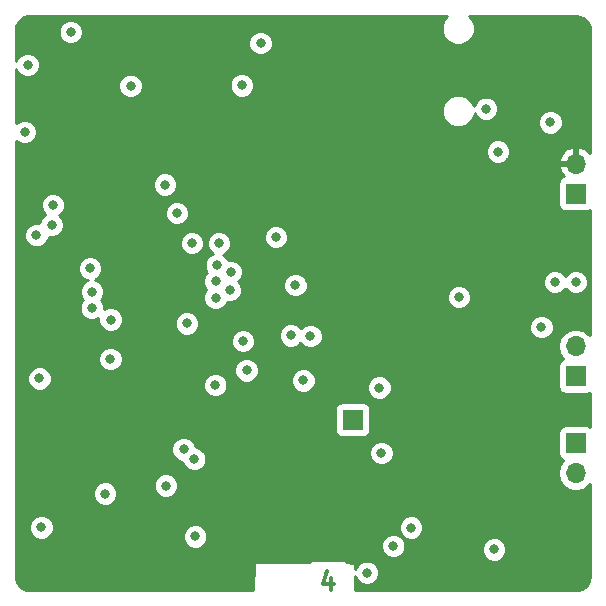
<source format=gbr>
G04 #@! TF.GenerationSoftware,KiCad,Pcbnew,(5.0.0)*
G04 #@! TF.CreationDate,2019-01-07T23:24:32-05:00*
G04 #@! TF.ProjectId,Audio_Breakout,417564696F5F427265616B6F75742E6B,rev?*
G04 #@! TF.SameCoordinates,Original*
G04 #@! TF.FileFunction,Copper,L4,Bot,Signal*
G04 #@! TF.FilePolarity,Positive*
%FSLAX46Y46*%
G04 Gerber Fmt 4.6, Leading zero omitted, Abs format (unit mm)*
G04 Created by KiCad (PCBNEW (5.0.0)) date 01/07/19 23:24:32*
%MOMM*%
%LPD*%
G01*
G04 APERTURE LIST*
G04 #@! TA.AperFunction,NonConductor*
%ADD10C,0.300000*%
G04 #@! TD*
G04 #@! TA.AperFunction,ComponentPad*
%ADD11O,1.700000X1.700000*%
G04 #@! TD*
G04 #@! TA.AperFunction,ComponentPad*
%ADD12R,1.700000X1.700000*%
G04 #@! TD*
G04 #@! TA.AperFunction,ViaPad*
%ADD13C,0.800000*%
G04 #@! TD*
G04 #@! TA.AperFunction,Conductor*
%ADD14C,0.254000*%
G04 #@! TD*
G04 APERTURE END LIST*
D10*
X127361914Y-148222851D02*
X127361914Y-149222851D01*
X127004771Y-147651422D02*
X126647628Y-148722851D01*
X127576200Y-148722851D01*
D11*
G04 #@! TO.P,J6,2*
G04 #@! TO.N,AGND*
X148082000Y-113157000D03*
D12*
G04 #@! TO.P,J6,1*
G04 #@! TO.N,Net-(J6-Pad1)*
X148082000Y-115697000D03*
G04 #@! TD*
D11*
G04 #@! TO.P,J7,2*
G04 #@! TO.N,AUD_OUT-*
X148069300Y-128612900D03*
D12*
G04 #@! TO.P,J7,1*
G04 #@! TO.N,AUD_OUT+*
X148069300Y-131152900D03*
G04 #@! TD*
D11*
G04 #@! TO.P,J8,2*
G04 #@! TO.N,AUD_OUT-*
X148061680Y-139354560D03*
D12*
G04 #@! TO.P,J8,1*
G04 #@! TO.N,AUD_OUT+*
X148061680Y-136814560D03*
G04 #@! TD*
G04 #@! TO.P,J9,1*
G04 #@! TO.N,Net-(C7-Pad2)*
X129171700Y-134835900D03*
G04 #@! TD*
D13*
G04 #@! TO.N,AGND*
X103891080Y-145496280D03*
X103926640Y-132184140D03*
X108775500Y-110949740D03*
X124879100Y-145224500D03*
X135694420Y-144924780D03*
X145280380Y-147929600D03*
X140055600Y-141599920D03*
X143395700Y-148376640D03*
X139072620Y-134708900D03*
X133350000Y-131191000D03*
X137795000Y-129540000D03*
G04 #@! TO.N,3V3DC*
X101663500Y-104802940D03*
X119791480Y-106537760D03*
X117678200Y-121757440D03*
X117571520Y-123131580D03*
X118851680Y-122323860D03*
X117571520Y-124523500D03*
X118795800Y-123868180D03*
X119893080Y-128183640D03*
X131445000Y-132118100D03*
X134127240Y-143972280D03*
G04 #@! TO.N,DGND*
X102824280Y-143951960D03*
X102661720Y-131348480D03*
X102407720Y-119214900D03*
X101414580Y-110484920D03*
G04 #@! TO.N,5VDC*
X131610100Y-137657840D03*
X117546120Y-131909820D03*
X110375700Y-106573320D03*
X121381520Y-102956360D03*
G04 #@! TO.N,Net-(J1-Pad5)*
X108221780Y-141097000D03*
X108686600Y-126362460D03*
X108668820Y-129697480D03*
X115140740Y-126695200D03*
G04 #@! TO.N,MIC_1*
X107091480Y-125366780D03*
G04 #@! TO.N,MIC_0*
X107121960Y-124007880D03*
G04 #@! TO.N,GPIO1_2*
X106946700Y-122011440D03*
G04 #@! TO.N,GPIO1_9*
X103698040Y-118358920D03*
X130393440Y-147797520D03*
G04 #@! TO.N,GPIO1_4*
X105313480Y-102011480D03*
X103802180Y-116652040D03*
G04 #@! TO.N,AGND*
X138430000Y-126746000D03*
X132461000Y-123444000D03*
X131953000Y-115189000D03*
X121412000Y-105537000D03*
X147828000Y-117919500D03*
X148209000Y-109791500D03*
G04 #@! TO.N,3V3DC*
X124333000Y-123444000D03*
X122682000Y-119380000D03*
X145923000Y-109664500D03*
G04 #@! TO.N,MIC_1*
X114300000Y-117348000D03*
G04 #@! TO.N,MIC_0*
X113284000Y-114935000D03*
G04 #@! TO.N,AGND*
X133794500Y-109791500D03*
G04 #@! TO.N,HP_0*
X115760500Y-138176000D03*
X125603000Y-127762000D03*
X141478000Y-112141000D03*
G04 #@! TO.N,HP_1*
X114871500Y-137350500D03*
X123952000Y-127698500D03*
X140462000Y-108521500D03*
G04 #@! TO.N,GPIO1_2*
X115570000Y-119888000D03*
X117856000Y-119888000D03*
X138176000Y-124460000D03*
G04 #@! TO.N,AUD_OUT+*
X146304000Y-123190000D03*
G04 #@! TO.N,AUD_OUT-*
X148082000Y-123190000D03*
X145161000Y-127000000D03*
G04 #@! TO.N,ON_MONO2*
X132618480Y-145524220D03*
X120192800Y-130667760D03*
G04 #@! TO.N,Net-(R5-Pad1)*
X113360200Y-140416280D03*
X115854480Y-144729200D03*
G04 #@! TO.N,Mono2*
X125008640Y-131521200D03*
X141155420Y-145818860D03*
G04 #@! TD*
D14*
G04 #@! TO.N,AGND*
G36*
X101781612Y-100684000D02*
X137184313Y-100684000D01*
X136938353Y-100929960D01*
X136727500Y-101439006D01*
X136727500Y-101989994D01*
X136938353Y-102499040D01*
X137327960Y-102888647D01*
X137837006Y-103099500D01*
X138387994Y-103099500D01*
X138897040Y-102888647D01*
X139286647Y-102499040D01*
X139497500Y-101989994D01*
X139497500Y-101439006D01*
X139286647Y-100929960D01*
X139040687Y-100684000D01*
X148154388Y-100684000D01*
X148175987Y-100679704D01*
X148415364Y-100713985D01*
X148721928Y-100853372D01*
X148977050Y-101073199D01*
X149160218Y-101355792D01*
X149263743Y-101701959D01*
X149264859Y-101716969D01*
X149252000Y-101781613D01*
X149252000Y-112278542D01*
X148963358Y-111961817D01*
X148438892Y-111715514D01*
X148209000Y-111836181D01*
X148209000Y-113030000D01*
X148229000Y-113030000D01*
X148229000Y-113284000D01*
X148209000Y-113284000D01*
X148209000Y-113304000D01*
X147955000Y-113304000D01*
X147955000Y-113284000D01*
X146761845Y-113284000D01*
X146640524Y-113513890D01*
X146810355Y-113923924D01*
X147087708Y-114228261D01*
X146984235Y-114248843D01*
X146774191Y-114389191D01*
X146633843Y-114599235D01*
X146584560Y-114847000D01*
X146584560Y-116547000D01*
X146633843Y-116794765D01*
X146774191Y-117004809D01*
X146984235Y-117145157D01*
X147232000Y-117194440D01*
X148932000Y-117194440D01*
X149179765Y-117145157D01*
X149252000Y-117096891D01*
X149252001Y-127710008D01*
X149139925Y-127542275D01*
X148648718Y-127214061D01*
X148215556Y-127127900D01*
X147923044Y-127127900D01*
X147489882Y-127214061D01*
X146998675Y-127542275D01*
X146670461Y-128033482D01*
X146555208Y-128612900D01*
X146670461Y-129192318D01*
X146998675Y-129683525D01*
X147016919Y-129695716D01*
X146971535Y-129704743D01*
X146761491Y-129845091D01*
X146621143Y-130055135D01*
X146571860Y-130302900D01*
X146571860Y-132002900D01*
X146621143Y-132250665D01*
X146761491Y-132460709D01*
X146971535Y-132601057D01*
X147219300Y-132650340D01*
X148919300Y-132650340D01*
X149167065Y-132601057D01*
X149252001Y-132544304D01*
X149252001Y-135428247D01*
X149159445Y-135366403D01*
X148911680Y-135317120D01*
X147211680Y-135317120D01*
X146963915Y-135366403D01*
X146753871Y-135506751D01*
X146613523Y-135716795D01*
X146564240Y-135964560D01*
X146564240Y-137664560D01*
X146613523Y-137912325D01*
X146753871Y-138122369D01*
X146963915Y-138262717D01*
X147009299Y-138271744D01*
X146991055Y-138283935D01*
X146662841Y-138775142D01*
X146547588Y-139354560D01*
X146662841Y-139933978D01*
X146991055Y-140425185D01*
X147482262Y-140753399D01*
X147915424Y-140839560D01*
X148207936Y-140839560D01*
X148641098Y-140753399D01*
X149132305Y-140425185D01*
X149252001Y-140246048D01*
X149252001Y-148154388D01*
X149256297Y-148175984D01*
X149222015Y-148415364D01*
X149082628Y-148721928D01*
X148862804Y-148977047D01*
X148580207Y-149160218D01*
X148234043Y-149263743D01*
X148219032Y-149264858D01*
X148154388Y-149252000D01*
X129368438Y-149252000D01*
X129386949Y-148072220D01*
X129516009Y-148383800D01*
X129807160Y-148674951D01*
X130187566Y-148832520D01*
X130599314Y-148832520D01*
X130979720Y-148674951D01*
X131270871Y-148383800D01*
X131428440Y-148003394D01*
X131428440Y-147591646D01*
X131270871Y-147211240D01*
X130979720Y-146920089D01*
X130599314Y-146762520D01*
X130187566Y-146762520D01*
X129807160Y-146920089D01*
X129516009Y-147211240D01*
X129395908Y-147501191D01*
X129402824Y-147060372D01*
X129393452Y-147010460D01*
X129366161Y-146969099D01*
X129325120Y-146941331D01*
X129276576Y-146931382D01*
X128575486Y-146927321D01*
X128575486Y-146754280D01*
X125576915Y-146754280D01*
X125576915Y-146909951D01*
X120945376Y-146883122D01*
X120899784Y-146891305D01*
X120857730Y-146917516D01*
X120828907Y-146957824D01*
X120817704Y-147006094D01*
X120746465Y-149252000D01*
X101781612Y-149252000D01*
X101760013Y-149256296D01*
X101520636Y-149222015D01*
X101214072Y-149082628D01*
X100958953Y-148862804D01*
X100775782Y-148580207D01*
X100672257Y-148234043D01*
X100671142Y-148219032D01*
X100684000Y-148154388D01*
X100684000Y-143746086D01*
X101789280Y-143746086D01*
X101789280Y-144157834D01*
X101946849Y-144538240D01*
X102238000Y-144829391D01*
X102618406Y-144986960D01*
X103030154Y-144986960D01*
X103410560Y-144829391D01*
X103701711Y-144538240D01*
X103707888Y-144523326D01*
X114819480Y-144523326D01*
X114819480Y-144935074D01*
X114977049Y-145315480D01*
X115268200Y-145606631D01*
X115648606Y-145764200D01*
X116060354Y-145764200D01*
X116440760Y-145606631D01*
X116729045Y-145318346D01*
X131583480Y-145318346D01*
X131583480Y-145730094D01*
X131741049Y-146110500D01*
X132032200Y-146401651D01*
X132412606Y-146559220D01*
X132824354Y-146559220D01*
X133204760Y-146401651D01*
X133495911Y-146110500D01*
X133653480Y-145730094D01*
X133653480Y-145612986D01*
X140120420Y-145612986D01*
X140120420Y-146024734D01*
X140277989Y-146405140D01*
X140569140Y-146696291D01*
X140949546Y-146853860D01*
X141361294Y-146853860D01*
X141741700Y-146696291D01*
X142032851Y-146405140D01*
X142190420Y-146024734D01*
X142190420Y-145612986D01*
X142032851Y-145232580D01*
X141741700Y-144941429D01*
X141361294Y-144783860D01*
X140949546Y-144783860D01*
X140569140Y-144941429D01*
X140277989Y-145232580D01*
X140120420Y-145612986D01*
X133653480Y-145612986D01*
X133653480Y-145318346D01*
X133495911Y-144937940D01*
X133204760Y-144646789D01*
X132824354Y-144489220D01*
X132412606Y-144489220D01*
X132032200Y-144646789D01*
X131741049Y-144937940D01*
X131583480Y-145318346D01*
X116729045Y-145318346D01*
X116731911Y-145315480D01*
X116889480Y-144935074D01*
X116889480Y-144523326D01*
X116731911Y-144142920D01*
X116440760Y-143851769D01*
X116234676Y-143766406D01*
X133092240Y-143766406D01*
X133092240Y-144178154D01*
X133249809Y-144558560D01*
X133540960Y-144849711D01*
X133921366Y-145007280D01*
X134333114Y-145007280D01*
X134713520Y-144849711D01*
X135004671Y-144558560D01*
X135162240Y-144178154D01*
X135162240Y-143766406D01*
X135004671Y-143386000D01*
X134713520Y-143094849D01*
X134333114Y-142937280D01*
X133921366Y-142937280D01*
X133540960Y-143094849D01*
X133249809Y-143386000D01*
X133092240Y-143766406D01*
X116234676Y-143766406D01*
X116060354Y-143694200D01*
X115648606Y-143694200D01*
X115268200Y-143851769D01*
X114977049Y-144142920D01*
X114819480Y-144523326D01*
X103707888Y-144523326D01*
X103859280Y-144157834D01*
X103859280Y-143746086D01*
X103701711Y-143365680D01*
X103410560Y-143074529D01*
X103030154Y-142916960D01*
X102618406Y-142916960D01*
X102238000Y-143074529D01*
X101946849Y-143365680D01*
X101789280Y-143746086D01*
X100684000Y-143746086D01*
X100684000Y-140891126D01*
X107186780Y-140891126D01*
X107186780Y-141302874D01*
X107344349Y-141683280D01*
X107635500Y-141974431D01*
X108015906Y-142132000D01*
X108427654Y-142132000D01*
X108808060Y-141974431D01*
X109099211Y-141683280D01*
X109256780Y-141302874D01*
X109256780Y-140891126D01*
X109099211Y-140510720D01*
X108808060Y-140219569D01*
X108785939Y-140210406D01*
X112325200Y-140210406D01*
X112325200Y-140622154D01*
X112482769Y-141002560D01*
X112773920Y-141293711D01*
X113154326Y-141451280D01*
X113566074Y-141451280D01*
X113946480Y-141293711D01*
X114237631Y-141002560D01*
X114395200Y-140622154D01*
X114395200Y-140210406D01*
X114237631Y-139830000D01*
X113946480Y-139538849D01*
X113566074Y-139381280D01*
X113154326Y-139381280D01*
X112773920Y-139538849D01*
X112482769Y-139830000D01*
X112325200Y-140210406D01*
X108785939Y-140210406D01*
X108427654Y-140062000D01*
X108015906Y-140062000D01*
X107635500Y-140219569D01*
X107344349Y-140510720D01*
X107186780Y-140891126D01*
X100684000Y-140891126D01*
X100684000Y-137144626D01*
X113836500Y-137144626D01*
X113836500Y-137556374D01*
X113994069Y-137936780D01*
X114285220Y-138227931D01*
X114665626Y-138385500D01*
X114727002Y-138385500D01*
X114883069Y-138762280D01*
X115174220Y-139053431D01*
X115554626Y-139211000D01*
X115966374Y-139211000D01*
X116346780Y-139053431D01*
X116637931Y-138762280D01*
X116795500Y-138381874D01*
X116795500Y-137970126D01*
X116637931Y-137589720D01*
X116500177Y-137451966D01*
X130575100Y-137451966D01*
X130575100Y-137863714D01*
X130732669Y-138244120D01*
X131023820Y-138535271D01*
X131404226Y-138692840D01*
X131815974Y-138692840D01*
X132196380Y-138535271D01*
X132487531Y-138244120D01*
X132645100Y-137863714D01*
X132645100Y-137451966D01*
X132487531Y-137071560D01*
X132196380Y-136780409D01*
X131815974Y-136622840D01*
X131404226Y-136622840D01*
X131023820Y-136780409D01*
X130732669Y-137071560D01*
X130575100Y-137451966D01*
X116500177Y-137451966D01*
X116346780Y-137298569D01*
X115966374Y-137141000D01*
X115904998Y-137141000D01*
X115748931Y-136764220D01*
X115457780Y-136473069D01*
X115077374Y-136315500D01*
X114665626Y-136315500D01*
X114285220Y-136473069D01*
X113994069Y-136764220D01*
X113836500Y-137144626D01*
X100684000Y-137144626D01*
X100684000Y-133985900D01*
X127674260Y-133985900D01*
X127674260Y-135685900D01*
X127723543Y-135933665D01*
X127863891Y-136143709D01*
X128073935Y-136284057D01*
X128321700Y-136333340D01*
X130021700Y-136333340D01*
X130269465Y-136284057D01*
X130479509Y-136143709D01*
X130619857Y-135933665D01*
X130669140Y-135685900D01*
X130669140Y-133985900D01*
X130619857Y-133738135D01*
X130479509Y-133528091D01*
X130269465Y-133387743D01*
X130021700Y-133338460D01*
X128321700Y-133338460D01*
X128073935Y-133387743D01*
X127863891Y-133528091D01*
X127723543Y-133738135D01*
X127674260Y-133985900D01*
X100684000Y-133985900D01*
X100684000Y-131142606D01*
X101626720Y-131142606D01*
X101626720Y-131554354D01*
X101784289Y-131934760D01*
X102075440Y-132225911D01*
X102455846Y-132383480D01*
X102867594Y-132383480D01*
X103248000Y-132225911D01*
X103539151Y-131934760D01*
X103634757Y-131703946D01*
X116511120Y-131703946D01*
X116511120Y-132115694D01*
X116668689Y-132496100D01*
X116959840Y-132787251D01*
X117340246Y-132944820D01*
X117751994Y-132944820D01*
X118132400Y-132787251D01*
X118423551Y-132496100D01*
X118581120Y-132115694D01*
X118581120Y-131703946D01*
X118423551Y-131323540D01*
X118132400Y-131032389D01*
X117751994Y-130874820D01*
X117340246Y-130874820D01*
X116959840Y-131032389D01*
X116668689Y-131323540D01*
X116511120Y-131703946D01*
X103634757Y-131703946D01*
X103696720Y-131554354D01*
X103696720Y-131142606D01*
X103539151Y-130762200D01*
X103248000Y-130471049D01*
X102867594Y-130313480D01*
X102455846Y-130313480D01*
X102075440Y-130471049D01*
X101784289Y-130762200D01*
X101626720Y-131142606D01*
X100684000Y-131142606D01*
X100684000Y-129491606D01*
X107633820Y-129491606D01*
X107633820Y-129903354D01*
X107791389Y-130283760D01*
X108082540Y-130574911D01*
X108462946Y-130732480D01*
X108874694Y-130732480D01*
X109255100Y-130574911D01*
X109368125Y-130461886D01*
X119157800Y-130461886D01*
X119157800Y-130873634D01*
X119315369Y-131254040D01*
X119606520Y-131545191D01*
X119986926Y-131702760D01*
X120398674Y-131702760D01*
X120779080Y-131545191D01*
X121008945Y-131315326D01*
X123973640Y-131315326D01*
X123973640Y-131727074D01*
X124131209Y-132107480D01*
X124422360Y-132398631D01*
X124802766Y-132556200D01*
X125214514Y-132556200D01*
X125594920Y-132398631D01*
X125886071Y-132107480D01*
X125966947Y-131912226D01*
X130410000Y-131912226D01*
X130410000Y-132323974D01*
X130567569Y-132704380D01*
X130858720Y-132995531D01*
X131239126Y-133153100D01*
X131650874Y-133153100D01*
X132031280Y-132995531D01*
X132322431Y-132704380D01*
X132480000Y-132323974D01*
X132480000Y-131912226D01*
X132322431Y-131531820D01*
X132031280Y-131240669D01*
X131650874Y-131083100D01*
X131239126Y-131083100D01*
X130858720Y-131240669D01*
X130567569Y-131531820D01*
X130410000Y-131912226D01*
X125966947Y-131912226D01*
X126043640Y-131727074D01*
X126043640Y-131315326D01*
X125886071Y-130934920D01*
X125594920Y-130643769D01*
X125214514Y-130486200D01*
X124802766Y-130486200D01*
X124422360Y-130643769D01*
X124131209Y-130934920D01*
X123973640Y-131315326D01*
X121008945Y-131315326D01*
X121070231Y-131254040D01*
X121227800Y-130873634D01*
X121227800Y-130461886D01*
X121070231Y-130081480D01*
X120779080Y-129790329D01*
X120398674Y-129632760D01*
X119986926Y-129632760D01*
X119606520Y-129790329D01*
X119315369Y-130081480D01*
X119157800Y-130461886D01*
X109368125Y-130461886D01*
X109546251Y-130283760D01*
X109703820Y-129903354D01*
X109703820Y-129491606D01*
X109546251Y-129111200D01*
X109255100Y-128820049D01*
X108874694Y-128662480D01*
X108462946Y-128662480D01*
X108082540Y-128820049D01*
X107791389Y-129111200D01*
X107633820Y-129491606D01*
X100684000Y-129491606D01*
X100684000Y-127977766D01*
X118858080Y-127977766D01*
X118858080Y-128389514D01*
X119015649Y-128769920D01*
X119306800Y-129061071D01*
X119687206Y-129218640D01*
X120098954Y-129218640D01*
X120479360Y-129061071D01*
X120770511Y-128769920D01*
X120928080Y-128389514D01*
X120928080Y-127977766D01*
X120770511Y-127597360D01*
X120665777Y-127492626D01*
X122917000Y-127492626D01*
X122917000Y-127904374D01*
X123074569Y-128284780D01*
X123365720Y-128575931D01*
X123746126Y-128733500D01*
X124157874Y-128733500D01*
X124538280Y-128575931D01*
X124745750Y-128368461D01*
X125016720Y-128639431D01*
X125397126Y-128797000D01*
X125808874Y-128797000D01*
X126189280Y-128639431D01*
X126480431Y-128348280D01*
X126638000Y-127967874D01*
X126638000Y-127556126D01*
X126480431Y-127175720D01*
X126189280Y-126884569D01*
X125970931Y-126794126D01*
X144126000Y-126794126D01*
X144126000Y-127205874D01*
X144283569Y-127586280D01*
X144574720Y-127877431D01*
X144955126Y-128035000D01*
X145366874Y-128035000D01*
X145747280Y-127877431D01*
X146038431Y-127586280D01*
X146196000Y-127205874D01*
X146196000Y-126794126D01*
X146038431Y-126413720D01*
X145747280Y-126122569D01*
X145366874Y-125965000D01*
X144955126Y-125965000D01*
X144574720Y-126122569D01*
X144283569Y-126413720D01*
X144126000Y-126794126D01*
X125970931Y-126794126D01*
X125808874Y-126727000D01*
X125397126Y-126727000D01*
X125016720Y-126884569D01*
X124809250Y-127092039D01*
X124538280Y-126821069D01*
X124157874Y-126663500D01*
X123746126Y-126663500D01*
X123365720Y-126821069D01*
X123074569Y-127112220D01*
X122917000Y-127492626D01*
X120665777Y-127492626D01*
X120479360Y-127306209D01*
X120098954Y-127148640D01*
X119687206Y-127148640D01*
X119306800Y-127306209D01*
X119015649Y-127597360D01*
X118858080Y-127977766D01*
X100684000Y-127977766D01*
X100684000Y-121805566D01*
X105911700Y-121805566D01*
X105911700Y-122217314D01*
X106069269Y-122597720D01*
X106360420Y-122888871D01*
X106739661Y-123045957D01*
X106535680Y-123130449D01*
X106244529Y-123421600D01*
X106086960Y-123802006D01*
X106086960Y-124213754D01*
X106244529Y-124594160D01*
X106322459Y-124672090D01*
X106214049Y-124780500D01*
X106056480Y-125160906D01*
X106056480Y-125572654D01*
X106214049Y-125953060D01*
X106505200Y-126244211D01*
X106885606Y-126401780D01*
X107297354Y-126401780D01*
X107651600Y-126255047D01*
X107651600Y-126568334D01*
X107809169Y-126948740D01*
X108100320Y-127239891D01*
X108480726Y-127397460D01*
X108892474Y-127397460D01*
X109272880Y-127239891D01*
X109564031Y-126948740D01*
X109721600Y-126568334D01*
X109721600Y-126489326D01*
X114105740Y-126489326D01*
X114105740Y-126901074D01*
X114263309Y-127281480D01*
X114554460Y-127572631D01*
X114934866Y-127730200D01*
X115346614Y-127730200D01*
X115727020Y-127572631D01*
X116018171Y-127281480D01*
X116175740Y-126901074D01*
X116175740Y-126489326D01*
X116018171Y-126108920D01*
X115727020Y-125817769D01*
X115346614Y-125660200D01*
X114934866Y-125660200D01*
X114554460Y-125817769D01*
X114263309Y-126108920D01*
X114105740Y-126489326D01*
X109721600Y-126489326D01*
X109721600Y-126156586D01*
X109564031Y-125776180D01*
X109272880Y-125485029D01*
X108892474Y-125327460D01*
X108480726Y-125327460D01*
X108126480Y-125474193D01*
X108126480Y-125160906D01*
X107968911Y-124780500D01*
X107890981Y-124702570D01*
X107999391Y-124594160D01*
X108156960Y-124213754D01*
X108156960Y-123802006D01*
X107999391Y-123421600D01*
X107708240Y-123130449D01*
X107328999Y-122973363D01*
X107444052Y-122925706D01*
X116536520Y-122925706D01*
X116536520Y-123337454D01*
X116694089Y-123717860D01*
X116803769Y-123827540D01*
X116694089Y-123937220D01*
X116536520Y-124317626D01*
X116536520Y-124729374D01*
X116694089Y-125109780D01*
X116985240Y-125400931D01*
X117365646Y-125558500D01*
X117777394Y-125558500D01*
X118157800Y-125400931D01*
X118448951Y-125109780D01*
X118542640Y-124883594D01*
X118589926Y-124903180D01*
X119001674Y-124903180D01*
X119382080Y-124745611D01*
X119673231Y-124454460D01*
X119830800Y-124074054D01*
X119830800Y-123662306D01*
X119673231Y-123281900D01*
X119629457Y-123238126D01*
X123298000Y-123238126D01*
X123298000Y-123649874D01*
X123455569Y-124030280D01*
X123746720Y-124321431D01*
X124127126Y-124479000D01*
X124538874Y-124479000D01*
X124919280Y-124321431D01*
X124986585Y-124254126D01*
X137141000Y-124254126D01*
X137141000Y-124665874D01*
X137298569Y-125046280D01*
X137589720Y-125337431D01*
X137970126Y-125495000D01*
X138381874Y-125495000D01*
X138762280Y-125337431D01*
X139053431Y-125046280D01*
X139211000Y-124665874D01*
X139211000Y-124254126D01*
X139053431Y-123873720D01*
X138762280Y-123582569D01*
X138381874Y-123425000D01*
X137970126Y-123425000D01*
X137589720Y-123582569D01*
X137298569Y-123873720D01*
X137141000Y-124254126D01*
X124986585Y-124254126D01*
X125210431Y-124030280D01*
X125368000Y-123649874D01*
X125368000Y-123238126D01*
X125262790Y-122984126D01*
X145269000Y-122984126D01*
X145269000Y-123395874D01*
X145426569Y-123776280D01*
X145717720Y-124067431D01*
X146098126Y-124225000D01*
X146509874Y-124225000D01*
X146890280Y-124067431D01*
X147181431Y-123776280D01*
X147193000Y-123748350D01*
X147204569Y-123776280D01*
X147495720Y-124067431D01*
X147876126Y-124225000D01*
X148287874Y-124225000D01*
X148668280Y-124067431D01*
X148959431Y-123776280D01*
X149117000Y-123395874D01*
X149117000Y-122984126D01*
X148959431Y-122603720D01*
X148668280Y-122312569D01*
X148287874Y-122155000D01*
X147876126Y-122155000D01*
X147495720Y-122312569D01*
X147204569Y-122603720D01*
X147193000Y-122631650D01*
X147181431Y-122603720D01*
X146890280Y-122312569D01*
X146509874Y-122155000D01*
X146098126Y-122155000D01*
X145717720Y-122312569D01*
X145426569Y-122603720D01*
X145269000Y-122984126D01*
X125262790Y-122984126D01*
X125210431Y-122857720D01*
X124919280Y-122566569D01*
X124538874Y-122409000D01*
X124127126Y-122409000D01*
X123746720Y-122566569D01*
X123455569Y-122857720D01*
X123298000Y-123238126D01*
X119629457Y-123238126D01*
X119515291Y-123123960D01*
X119729111Y-122910140D01*
X119886680Y-122529734D01*
X119886680Y-122117986D01*
X119729111Y-121737580D01*
X119437960Y-121446429D01*
X119057554Y-121288860D01*
X118645806Y-121288860D01*
X118610450Y-121303505D01*
X118555631Y-121171160D01*
X118264480Y-120880009D01*
X118215072Y-120859544D01*
X118442280Y-120765431D01*
X118733431Y-120474280D01*
X118891000Y-120093874D01*
X118891000Y-119682126D01*
X118733431Y-119301720D01*
X118605837Y-119174126D01*
X121647000Y-119174126D01*
X121647000Y-119585874D01*
X121804569Y-119966280D01*
X122095720Y-120257431D01*
X122476126Y-120415000D01*
X122887874Y-120415000D01*
X123268280Y-120257431D01*
X123559431Y-119966280D01*
X123717000Y-119585874D01*
X123717000Y-119174126D01*
X123559431Y-118793720D01*
X123268280Y-118502569D01*
X122887874Y-118345000D01*
X122476126Y-118345000D01*
X122095720Y-118502569D01*
X121804569Y-118793720D01*
X121647000Y-119174126D01*
X118605837Y-119174126D01*
X118442280Y-119010569D01*
X118061874Y-118853000D01*
X117650126Y-118853000D01*
X117269720Y-119010569D01*
X116978569Y-119301720D01*
X116821000Y-119682126D01*
X116821000Y-120093874D01*
X116978569Y-120474280D01*
X117269720Y-120765431D01*
X117319128Y-120785896D01*
X117091920Y-120880009D01*
X116800769Y-121171160D01*
X116643200Y-121551566D01*
X116643200Y-121963314D01*
X116800769Y-122343720D01*
X116848219Y-122391170D01*
X116694089Y-122545300D01*
X116536520Y-122925706D01*
X107444052Y-122925706D01*
X107532980Y-122888871D01*
X107824131Y-122597720D01*
X107981700Y-122217314D01*
X107981700Y-121805566D01*
X107824131Y-121425160D01*
X107532980Y-121134009D01*
X107152574Y-120976440D01*
X106740826Y-120976440D01*
X106360420Y-121134009D01*
X106069269Y-121425160D01*
X105911700Y-121805566D01*
X100684000Y-121805566D01*
X100684000Y-119009026D01*
X101372720Y-119009026D01*
X101372720Y-119420774D01*
X101530289Y-119801180D01*
X101821440Y-120092331D01*
X102201846Y-120249900D01*
X102613594Y-120249900D01*
X102994000Y-120092331D01*
X103285151Y-119801180D01*
X103334464Y-119682126D01*
X114535000Y-119682126D01*
X114535000Y-120093874D01*
X114692569Y-120474280D01*
X114983720Y-120765431D01*
X115364126Y-120923000D01*
X115775874Y-120923000D01*
X116156280Y-120765431D01*
X116447431Y-120474280D01*
X116605000Y-120093874D01*
X116605000Y-119682126D01*
X116447431Y-119301720D01*
X116156280Y-119010569D01*
X115775874Y-118853000D01*
X115364126Y-118853000D01*
X114983720Y-119010569D01*
X114692569Y-119301720D01*
X114535000Y-119682126D01*
X103334464Y-119682126D01*
X103442720Y-119420774D01*
X103442720Y-119373439D01*
X103492166Y-119393920D01*
X103903914Y-119393920D01*
X104284320Y-119236351D01*
X104575471Y-118945200D01*
X104733040Y-118564794D01*
X104733040Y-118153046D01*
X104575471Y-117772640D01*
X104348750Y-117545919D01*
X104388460Y-117529471D01*
X104679611Y-117238320D01*
X104719455Y-117142126D01*
X113265000Y-117142126D01*
X113265000Y-117553874D01*
X113422569Y-117934280D01*
X113713720Y-118225431D01*
X114094126Y-118383000D01*
X114505874Y-118383000D01*
X114886280Y-118225431D01*
X115177431Y-117934280D01*
X115335000Y-117553874D01*
X115335000Y-117142126D01*
X115177431Y-116761720D01*
X114886280Y-116470569D01*
X114505874Y-116313000D01*
X114094126Y-116313000D01*
X113713720Y-116470569D01*
X113422569Y-116761720D01*
X113265000Y-117142126D01*
X104719455Y-117142126D01*
X104837180Y-116857914D01*
X104837180Y-116446166D01*
X104679611Y-116065760D01*
X104388460Y-115774609D01*
X104008054Y-115617040D01*
X103596306Y-115617040D01*
X103215900Y-115774609D01*
X102924749Y-116065760D01*
X102767180Y-116446166D01*
X102767180Y-116857914D01*
X102924749Y-117238320D01*
X103151470Y-117465041D01*
X103111760Y-117481489D01*
X102820609Y-117772640D01*
X102663040Y-118153046D01*
X102663040Y-118200381D01*
X102613594Y-118179900D01*
X102201846Y-118179900D01*
X101821440Y-118337469D01*
X101530289Y-118628620D01*
X101372720Y-119009026D01*
X100684000Y-119009026D01*
X100684000Y-114729126D01*
X112249000Y-114729126D01*
X112249000Y-115140874D01*
X112406569Y-115521280D01*
X112697720Y-115812431D01*
X113078126Y-115970000D01*
X113489874Y-115970000D01*
X113870280Y-115812431D01*
X114161431Y-115521280D01*
X114319000Y-115140874D01*
X114319000Y-114729126D01*
X114161431Y-114348720D01*
X113870280Y-114057569D01*
X113489874Y-113900000D01*
X113078126Y-113900000D01*
X112697720Y-114057569D01*
X112406569Y-114348720D01*
X112249000Y-114729126D01*
X100684000Y-114729126D01*
X100684000Y-111935126D01*
X140443000Y-111935126D01*
X140443000Y-112346874D01*
X140600569Y-112727280D01*
X140891720Y-113018431D01*
X141272126Y-113176000D01*
X141683874Y-113176000D01*
X142064280Y-113018431D01*
X142282601Y-112800110D01*
X146640524Y-112800110D01*
X146761845Y-113030000D01*
X147955000Y-113030000D01*
X147955000Y-111836181D01*
X147725108Y-111715514D01*
X147200642Y-111961817D01*
X146810355Y-112390076D01*
X146640524Y-112800110D01*
X142282601Y-112800110D01*
X142355431Y-112727280D01*
X142513000Y-112346874D01*
X142513000Y-111935126D01*
X142355431Y-111554720D01*
X142064280Y-111263569D01*
X141683874Y-111106000D01*
X141272126Y-111106000D01*
X140891720Y-111263569D01*
X140600569Y-111554720D01*
X140443000Y-111935126D01*
X100684000Y-111935126D01*
X100684000Y-111218051D01*
X100828300Y-111362351D01*
X101208706Y-111519920D01*
X101620454Y-111519920D01*
X102000860Y-111362351D01*
X102292011Y-111071200D01*
X102449580Y-110690794D01*
X102449580Y-110279046D01*
X102292011Y-109898640D01*
X102000860Y-109607489D01*
X101620454Y-109449920D01*
X101208706Y-109449920D01*
X100828300Y-109607489D01*
X100684000Y-109751789D01*
X100684000Y-108439006D01*
X136727500Y-108439006D01*
X136727500Y-108989994D01*
X136938353Y-109499040D01*
X137327960Y-109888647D01*
X137837006Y-110099500D01*
X138387994Y-110099500D01*
X138897040Y-109888647D01*
X139286647Y-109499040D01*
X139497500Y-108989994D01*
X139497500Y-108897576D01*
X139584569Y-109107780D01*
X139875720Y-109398931D01*
X140256126Y-109556500D01*
X140667874Y-109556500D01*
X140904163Y-109458626D01*
X144888000Y-109458626D01*
X144888000Y-109870374D01*
X145045569Y-110250780D01*
X145336720Y-110541931D01*
X145717126Y-110699500D01*
X146128874Y-110699500D01*
X146509280Y-110541931D01*
X146800431Y-110250780D01*
X146958000Y-109870374D01*
X146958000Y-109458626D01*
X146800431Y-109078220D01*
X146509280Y-108787069D01*
X146128874Y-108629500D01*
X145717126Y-108629500D01*
X145336720Y-108787069D01*
X145045569Y-109078220D01*
X144888000Y-109458626D01*
X140904163Y-109458626D01*
X141048280Y-109398931D01*
X141339431Y-109107780D01*
X141497000Y-108727374D01*
X141497000Y-108315626D01*
X141339431Y-107935220D01*
X141048280Y-107644069D01*
X140667874Y-107486500D01*
X140256126Y-107486500D01*
X139875720Y-107644069D01*
X139584569Y-107935220D01*
X139436697Y-108292215D01*
X139286647Y-107929960D01*
X138897040Y-107540353D01*
X138387994Y-107329500D01*
X137837006Y-107329500D01*
X137327960Y-107540353D01*
X136938353Y-107929960D01*
X136727500Y-108439006D01*
X100684000Y-108439006D01*
X100684000Y-106367446D01*
X109340700Y-106367446D01*
X109340700Y-106779194D01*
X109498269Y-107159600D01*
X109789420Y-107450751D01*
X110169826Y-107608320D01*
X110581574Y-107608320D01*
X110961980Y-107450751D01*
X111253131Y-107159600D01*
X111410700Y-106779194D01*
X111410700Y-106367446D01*
X111395971Y-106331886D01*
X118756480Y-106331886D01*
X118756480Y-106743634D01*
X118914049Y-107124040D01*
X119205200Y-107415191D01*
X119585606Y-107572760D01*
X119997354Y-107572760D01*
X120377760Y-107415191D01*
X120668911Y-107124040D01*
X120826480Y-106743634D01*
X120826480Y-106331886D01*
X120668911Y-105951480D01*
X120377760Y-105660329D01*
X119997354Y-105502760D01*
X119585606Y-105502760D01*
X119205200Y-105660329D01*
X118914049Y-105951480D01*
X118756480Y-106331886D01*
X111395971Y-106331886D01*
X111253131Y-105987040D01*
X110961980Y-105695889D01*
X110581574Y-105538320D01*
X110169826Y-105538320D01*
X109789420Y-105695889D01*
X109498269Y-105987040D01*
X109340700Y-106367446D01*
X100684000Y-106367446D01*
X100684000Y-105142803D01*
X100786069Y-105389220D01*
X101077220Y-105680371D01*
X101457626Y-105837940D01*
X101869374Y-105837940D01*
X102249780Y-105680371D01*
X102540931Y-105389220D01*
X102698500Y-105008814D01*
X102698500Y-104597066D01*
X102540931Y-104216660D01*
X102249780Y-103925509D01*
X101869374Y-103767940D01*
X101457626Y-103767940D01*
X101077220Y-103925509D01*
X100786069Y-104216660D01*
X100684000Y-104463077D01*
X100684000Y-101805606D01*
X104278480Y-101805606D01*
X104278480Y-102217354D01*
X104436049Y-102597760D01*
X104727200Y-102888911D01*
X105107606Y-103046480D01*
X105519354Y-103046480D01*
X105899760Y-102888911D01*
X106038185Y-102750486D01*
X120346520Y-102750486D01*
X120346520Y-103162234D01*
X120504089Y-103542640D01*
X120795240Y-103833791D01*
X121175646Y-103991360D01*
X121587394Y-103991360D01*
X121967800Y-103833791D01*
X122258951Y-103542640D01*
X122416520Y-103162234D01*
X122416520Y-102750486D01*
X122258951Y-102370080D01*
X121967800Y-102078929D01*
X121587394Y-101921360D01*
X121175646Y-101921360D01*
X120795240Y-102078929D01*
X120504089Y-102370080D01*
X120346520Y-102750486D01*
X106038185Y-102750486D01*
X106190911Y-102597760D01*
X106348480Y-102217354D01*
X106348480Y-101805606D01*
X106190911Y-101425200D01*
X105899760Y-101134049D01*
X105519354Y-100976480D01*
X105107606Y-100976480D01*
X104727200Y-101134049D01*
X104436049Y-101425200D01*
X104278480Y-101805606D01*
X100684000Y-101805606D01*
X100684000Y-101781612D01*
X100679704Y-101760013D01*
X100713985Y-101520636D01*
X100853372Y-101214072D01*
X101073199Y-100958950D01*
X101355792Y-100775782D01*
X101701959Y-100672257D01*
X101716968Y-100671142D01*
X101781612Y-100684000D01*
X101781612Y-100684000D01*
G37*
X101781612Y-100684000D02*
X137184313Y-100684000D01*
X136938353Y-100929960D01*
X136727500Y-101439006D01*
X136727500Y-101989994D01*
X136938353Y-102499040D01*
X137327960Y-102888647D01*
X137837006Y-103099500D01*
X138387994Y-103099500D01*
X138897040Y-102888647D01*
X139286647Y-102499040D01*
X139497500Y-101989994D01*
X139497500Y-101439006D01*
X139286647Y-100929960D01*
X139040687Y-100684000D01*
X148154388Y-100684000D01*
X148175987Y-100679704D01*
X148415364Y-100713985D01*
X148721928Y-100853372D01*
X148977050Y-101073199D01*
X149160218Y-101355792D01*
X149263743Y-101701959D01*
X149264859Y-101716969D01*
X149252000Y-101781613D01*
X149252000Y-112278542D01*
X148963358Y-111961817D01*
X148438892Y-111715514D01*
X148209000Y-111836181D01*
X148209000Y-113030000D01*
X148229000Y-113030000D01*
X148229000Y-113284000D01*
X148209000Y-113284000D01*
X148209000Y-113304000D01*
X147955000Y-113304000D01*
X147955000Y-113284000D01*
X146761845Y-113284000D01*
X146640524Y-113513890D01*
X146810355Y-113923924D01*
X147087708Y-114228261D01*
X146984235Y-114248843D01*
X146774191Y-114389191D01*
X146633843Y-114599235D01*
X146584560Y-114847000D01*
X146584560Y-116547000D01*
X146633843Y-116794765D01*
X146774191Y-117004809D01*
X146984235Y-117145157D01*
X147232000Y-117194440D01*
X148932000Y-117194440D01*
X149179765Y-117145157D01*
X149252000Y-117096891D01*
X149252001Y-127710008D01*
X149139925Y-127542275D01*
X148648718Y-127214061D01*
X148215556Y-127127900D01*
X147923044Y-127127900D01*
X147489882Y-127214061D01*
X146998675Y-127542275D01*
X146670461Y-128033482D01*
X146555208Y-128612900D01*
X146670461Y-129192318D01*
X146998675Y-129683525D01*
X147016919Y-129695716D01*
X146971535Y-129704743D01*
X146761491Y-129845091D01*
X146621143Y-130055135D01*
X146571860Y-130302900D01*
X146571860Y-132002900D01*
X146621143Y-132250665D01*
X146761491Y-132460709D01*
X146971535Y-132601057D01*
X147219300Y-132650340D01*
X148919300Y-132650340D01*
X149167065Y-132601057D01*
X149252001Y-132544304D01*
X149252001Y-135428247D01*
X149159445Y-135366403D01*
X148911680Y-135317120D01*
X147211680Y-135317120D01*
X146963915Y-135366403D01*
X146753871Y-135506751D01*
X146613523Y-135716795D01*
X146564240Y-135964560D01*
X146564240Y-137664560D01*
X146613523Y-137912325D01*
X146753871Y-138122369D01*
X146963915Y-138262717D01*
X147009299Y-138271744D01*
X146991055Y-138283935D01*
X146662841Y-138775142D01*
X146547588Y-139354560D01*
X146662841Y-139933978D01*
X146991055Y-140425185D01*
X147482262Y-140753399D01*
X147915424Y-140839560D01*
X148207936Y-140839560D01*
X148641098Y-140753399D01*
X149132305Y-140425185D01*
X149252001Y-140246048D01*
X149252001Y-148154388D01*
X149256297Y-148175984D01*
X149222015Y-148415364D01*
X149082628Y-148721928D01*
X148862804Y-148977047D01*
X148580207Y-149160218D01*
X148234043Y-149263743D01*
X148219032Y-149264858D01*
X148154388Y-149252000D01*
X129368438Y-149252000D01*
X129386949Y-148072220D01*
X129516009Y-148383800D01*
X129807160Y-148674951D01*
X130187566Y-148832520D01*
X130599314Y-148832520D01*
X130979720Y-148674951D01*
X131270871Y-148383800D01*
X131428440Y-148003394D01*
X131428440Y-147591646D01*
X131270871Y-147211240D01*
X130979720Y-146920089D01*
X130599314Y-146762520D01*
X130187566Y-146762520D01*
X129807160Y-146920089D01*
X129516009Y-147211240D01*
X129395908Y-147501191D01*
X129402824Y-147060372D01*
X129393452Y-147010460D01*
X129366161Y-146969099D01*
X129325120Y-146941331D01*
X129276576Y-146931382D01*
X128575486Y-146927321D01*
X128575486Y-146754280D01*
X125576915Y-146754280D01*
X125576915Y-146909951D01*
X120945376Y-146883122D01*
X120899784Y-146891305D01*
X120857730Y-146917516D01*
X120828907Y-146957824D01*
X120817704Y-147006094D01*
X120746465Y-149252000D01*
X101781612Y-149252000D01*
X101760013Y-149256296D01*
X101520636Y-149222015D01*
X101214072Y-149082628D01*
X100958953Y-148862804D01*
X100775782Y-148580207D01*
X100672257Y-148234043D01*
X100671142Y-148219032D01*
X100684000Y-148154388D01*
X100684000Y-143746086D01*
X101789280Y-143746086D01*
X101789280Y-144157834D01*
X101946849Y-144538240D01*
X102238000Y-144829391D01*
X102618406Y-144986960D01*
X103030154Y-144986960D01*
X103410560Y-144829391D01*
X103701711Y-144538240D01*
X103707888Y-144523326D01*
X114819480Y-144523326D01*
X114819480Y-144935074D01*
X114977049Y-145315480D01*
X115268200Y-145606631D01*
X115648606Y-145764200D01*
X116060354Y-145764200D01*
X116440760Y-145606631D01*
X116729045Y-145318346D01*
X131583480Y-145318346D01*
X131583480Y-145730094D01*
X131741049Y-146110500D01*
X132032200Y-146401651D01*
X132412606Y-146559220D01*
X132824354Y-146559220D01*
X133204760Y-146401651D01*
X133495911Y-146110500D01*
X133653480Y-145730094D01*
X133653480Y-145612986D01*
X140120420Y-145612986D01*
X140120420Y-146024734D01*
X140277989Y-146405140D01*
X140569140Y-146696291D01*
X140949546Y-146853860D01*
X141361294Y-146853860D01*
X141741700Y-146696291D01*
X142032851Y-146405140D01*
X142190420Y-146024734D01*
X142190420Y-145612986D01*
X142032851Y-145232580D01*
X141741700Y-144941429D01*
X141361294Y-144783860D01*
X140949546Y-144783860D01*
X140569140Y-144941429D01*
X140277989Y-145232580D01*
X140120420Y-145612986D01*
X133653480Y-145612986D01*
X133653480Y-145318346D01*
X133495911Y-144937940D01*
X133204760Y-144646789D01*
X132824354Y-144489220D01*
X132412606Y-144489220D01*
X132032200Y-144646789D01*
X131741049Y-144937940D01*
X131583480Y-145318346D01*
X116729045Y-145318346D01*
X116731911Y-145315480D01*
X116889480Y-144935074D01*
X116889480Y-144523326D01*
X116731911Y-144142920D01*
X116440760Y-143851769D01*
X116234676Y-143766406D01*
X133092240Y-143766406D01*
X133092240Y-144178154D01*
X133249809Y-144558560D01*
X133540960Y-144849711D01*
X133921366Y-145007280D01*
X134333114Y-145007280D01*
X134713520Y-144849711D01*
X135004671Y-144558560D01*
X135162240Y-144178154D01*
X135162240Y-143766406D01*
X135004671Y-143386000D01*
X134713520Y-143094849D01*
X134333114Y-142937280D01*
X133921366Y-142937280D01*
X133540960Y-143094849D01*
X133249809Y-143386000D01*
X133092240Y-143766406D01*
X116234676Y-143766406D01*
X116060354Y-143694200D01*
X115648606Y-143694200D01*
X115268200Y-143851769D01*
X114977049Y-144142920D01*
X114819480Y-144523326D01*
X103707888Y-144523326D01*
X103859280Y-144157834D01*
X103859280Y-143746086D01*
X103701711Y-143365680D01*
X103410560Y-143074529D01*
X103030154Y-142916960D01*
X102618406Y-142916960D01*
X102238000Y-143074529D01*
X101946849Y-143365680D01*
X101789280Y-143746086D01*
X100684000Y-143746086D01*
X100684000Y-140891126D01*
X107186780Y-140891126D01*
X107186780Y-141302874D01*
X107344349Y-141683280D01*
X107635500Y-141974431D01*
X108015906Y-142132000D01*
X108427654Y-142132000D01*
X108808060Y-141974431D01*
X109099211Y-141683280D01*
X109256780Y-141302874D01*
X109256780Y-140891126D01*
X109099211Y-140510720D01*
X108808060Y-140219569D01*
X108785939Y-140210406D01*
X112325200Y-140210406D01*
X112325200Y-140622154D01*
X112482769Y-141002560D01*
X112773920Y-141293711D01*
X113154326Y-141451280D01*
X113566074Y-141451280D01*
X113946480Y-141293711D01*
X114237631Y-141002560D01*
X114395200Y-140622154D01*
X114395200Y-140210406D01*
X114237631Y-139830000D01*
X113946480Y-139538849D01*
X113566074Y-139381280D01*
X113154326Y-139381280D01*
X112773920Y-139538849D01*
X112482769Y-139830000D01*
X112325200Y-140210406D01*
X108785939Y-140210406D01*
X108427654Y-140062000D01*
X108015906Y-140062000D01*
X107635500Y-140219569D01*
X107344349Y-140510720D01*
X107186780Y-140891126D01*
X100684000Y-140891126D01*
X100684000Y-137144626D01*
X113836500Y-137144626D01*
X113836500Y-137556374D01*
X113994069Y-137936780D01*
X114285220Y-138227931D01*
X114665626Y-138385500D01*
X114727002Y-138385500D01*
X114883069Y-138762280D01*
X115174220Y-139053431D01*
X115554626Y-139211000D01*
X115966374Y-139211000D01*
X116346780Y-139053431D01*
X116637931Y-138762280D01*
X116795500Y-138381874D01*
X116795500Y-137970126D01*
X116637931Y-137589720D01*
X116500177Y-137451966D01*
X130575100Y-137451966D01*
X130575100Y-137863714D01*
X130732669Y-138244120D01*
X131023820Y-138535271D01*
X131404226Y-138692840D01*
X131815974Y-138692840D01*
X132196380Y-138535271D01*
X132487531Y-138244120D01*
X132645100Y-137863714D01*
X132645100Y-137451966D01*
X132487531Y-137071560D01*
X132196380Y-136780409D01*
X131815974Y-136622840D01*
X131404226Y-136622840D01*
X131023820Y-136780409D01*
X130732669Y-137071560D01*
X130575100Y-137451966D01*
X116500177Y-137451966D01*
X116346780Y-137298569D01*
X115966374Y-137141000D01*
X115904998Y-137141000D01*
X115748931Y-136764220D01*
X115457780Y-136473069D01*
X115077374Y-136315500D01*
X114665626Y-136315500D01*
X114285220Y-136473069D01*
X113994069Y-136764220D01*
X113836500Y-137144626D01*
X100684000Y-137144626D01*
X100684000Y-133985900D01*
X127674260Y-133985900D01*
X127674260Y-135685900D01*
X127723543Y-135933665D01*
X127863891Y-136143709D01*
X128073935Y-136284057D01*
X128321700Y-136333340D01*
X130021700Y-136333340D01*
X130269465Y-136284057D01*
X130479509Y-136143709D01*
X130619857Y-135933665D01*
X130669140Y-135685900D01*
X130669140Y-133985900D01*
X130619857Y-133738135D01*
X130479509Y-133528091D01*
X130269465Y-133387743D01*
X130021700Y-133338460D01*
X128321700Y-133338460D01*
X128073935Y-133387743D01*
X127863891Y-133528091D01*
X127723543Y-133738135D01*
X127674260Y-133985900D01*
X100684000Y-133985900D01*
X100684000Y-131142606D01*
X101626720Y-131142606D01*
X101626720Y-131554354D01*
X101784289Y-131934760D01*
X102075440Y-132225911D01*
X102455846Y-132383480D01*
X102867594Y-132383480D01*
X103248000Y-132225911D01*
X103539151Y-131934760D01*
X103634757Y-131703946D01*
X116511120Y-131703946D01*
X116511120Y-132115694D01*
X116668689Y-132496100D01*
X116959840Y-132787251D01*
X117340246Y-132944820D01*
X117751994Y-132944820D01*
X118132400Y-132787251D01*
X118423551Y-132496100D01*
X118581120Y-132115694D01*
X118581120Y-131703946D01*
X118423551Y-131323540D01*
X118132400Y-131032389D01*
X117751994Y-130874820D01*
X117340246Y-130874820D01*
X116959840Y-131032389D01*
X116668689Y-131323540D01*
X116511120Y-131703946D01*
X103634757Y-131703946D01*
X103696720Y-131554354D01*
X103696720Y-131142606D01*
X103539151Y-130762200D01*
X103248000Y-130471049D01*
X102867594Y-130313480D01*
X102455846Y-130313480D01*
X102075440Y-130471049D01*
X101784289Y-130762200D01*
X101626720Y-131142606D01*
X100684000Y-131142606D01*
X100684000Y-129491606D01*
X107633820Y-129491606D01*
X107633820Y-129903354D01*
X107791389Y-130283760D01*
X108082540Y-130574911D01*
X108462946Y-130732480D01*
X108874694Y-130732480D01*
X109255100Y-130574911D01*
X109368125Y-130461886D01*
X119157800Y-130461886D01*
X119157800Y-130873634D01*
X119315369Y-131254040D01*
X119606520Y-131545191D01*
X119986926Y-131702760D01*
X120398674Y-131702760D01*
X120779080Y-131545191D01*
X121008945Y-131315326D01*
X123973640Y-131315326D01*
X123973640Y-131727074D01*
X124131209Y-132107480D01*
X124422360Y-132398631D01*
X124802766Y-132556200D01*
X125214514Y-132556200D01*
X125594920Y-132398631D01*
X125886071Y-132107480D01*
X125966947Y-131912226D01*
X130410000Y-131912226D01*
X130410000Y-132323974D01*
X130567569Y-132704380D01*
X130858720Y-132995531D01*
X131239126Y-133153100D01*
X131650874Y-133153100D01*
X132031280Y-132995531D01*
X132322431Y-132704380D01*
X132480000Y-132323974D01*
X132480000Y-131912226D01*
X132322431Y-131531820D01*
X132031280Y-131240669D01*
X131650874Y-131083100D01*
X131239126Y-131083100D01*
X130858720Y-131240669D01*
X130567569Y-131531820D01*
X130410000Y-131912226D01*
X125966947Y-131912226D01*
X126043640Y-131727074D01*
X126043640Y-131315326D01*
X125886071Y-130934920D01*
X125594920Y-130643769D01*
X125214514Y-130486200D01*
X124802766Y-130486200D01*
X124422360Y-130643769D01*
X124131209Y-130934920D01*
X123973640Y-131315326D01*
X121008945Y-131315326D01*
X121070231Y-131254040D01*
X121227800Y-130873634D01*
X121227800Y-130461886D01*
X121070231Y-130081480D01*
X120779080Y-129790329D01*
X120398674Y-129632760D01*
X119986926Y-129632760D01*
X119606520Y-129790329D01*
X119315369Y-130081480D01*
X119157800Y-130461886D01*
X109368125Y-130461886D01*
X109546251Y-130283760D01*
X109703820Y-129903354D01*
X109703820Y-129491606D01*
X109546251Y-129111200D01*
X109255100Y-128820049D01*
X108874694Y-128662480D01*
X108462946Y-128662480D01*
X108082540Y-128820049D01*
X107791389Y-129111200D01*
X107633820Y-129491606D01*
X100684000Y-129491606D01*
X100684000Y-127977766D01*
X118858080Y-127977766D01*
X118858080Y-128389514D01*
X119015649Y-128769920D01*
X119306800Y-129061071D01*
X119687206Y-129218640D01*
X120098954Y-129218640D01*
X120479360Y-129061071D01*
X120770511Y-128769920D01*
X120928080Y-128389514D01*
X120928080Y-127977766D01*
X120770511Y-127597360D01*
X120665777Y-127492626D01*
X122917000Y-127492626D01*
X122917000Y-127904374D01*
X123074569Y-128284780D01*
X123365720Y-128575931D01*
X123746126Y-128733500D01*
X124157874Y-128733500D01*
X124538280Y-128575931D01*
X124745750Y-128368461D01*
X125016720Y-128639431D01*
X125397126Y-128797000D01*
X125808874Y-128797000D01*
X126189280Y-128639431D01*
X126480431Y-128348280D01*
X126638000Y-127967874D01*
X126638000Y-127556126D01*
X126480431Y-127175720D01*
X126189280Y-126884569D01*
X125970931Y-126794126D01*
X144126000Y-126794126D01*
X144126000Y-127205874D01*
X144283569Y-127586280D01*
X144574720Y-127877431D01*
X144955126Y-128035000D01*
X145366874Y-128035000D01*
X145747280Y-127877431D01*
X146038431Y-127586280D01*
X146196000Y-127205874D01*
X146196000Y-126794126D01*
X146038431Y-126413720D01*
X145747280Y-126122569D01*
X145366874Y-125965000D01*
X144955126Y-125965000D01*
X144574720Y-126122569D01*
X144283569Y-126413720D01*
X144126000Y-126794126D01*
X125970931Y-126794126D01*
X125808874Y-126727000D01*
X125397126Y-126727000D01*
X125016720Y-126884569D01*
X124809250Y-127092039D01*
X124538280Y-126821069D01*
X124157874Y-126663500D01*
X123746126Y-126663500D01*
X123365720Y-126821069D01*
X123074569Y-127112220D01*
X122917000Y-127492626D01*
X120665777Y-127492626D01*
X120479360Y-127306209D01*
X120098954Y-127148640D01*
X119687206Y-127148640D01*
X119306800Y-127306209D01*
X119015649Y-127597360D01*
X118858080Y-127977766D01*
X100684000Y-127977766D01*
X100684000Y-121805566D01*
X105911700Y-121805566D01*
X105911700Y-122217314D01*
X106069269Y-122597720D01*
X106360420Y-122888871D01*
X106739661Y-123045957D01*
X106535680Y-123130449D01*
X106244529Y-123421600D01*
X106086960Y-123802006D01*
X106086960Y-124213754D01*
X106244529Y-124594160D01*
X106322459Y-124672090D01*
X106214049Y-124780500D01*
X106056480Y-125160906D01*
X106056480Y-125572654D01*
X106214049Y-125953060D01*
X106505200Y-126244211D01*
X106885606Y-126401780D01*
X107297354Y-126401780D01*
X107651600Y-126255047D01*
X107651600Y-126568334D01*
X107809169Y-126948740D01*
X108100320Y-127239891D01*
X108480726Y-127397460D01*
X108892474Y-127397460D01*
X109272880Y-127239891D01*
X109564031Y-126948740D01*
X109721600Y-126568334D01*
X109721600Y-126489326D01*
X114105740Y-126489326D01*
X114105740Y-126901074D01*
X114263309Y-127281480D01*
X114554460Y-127572631D01*
X114934866Y-127730200D01*
X115346614Y-127730200D01*
X115727020Y-127572631D01*
X116018171Y-127281480D01*
X116175740Y-126901074D01*
X116175740Y-126489326D01*
X116018171Y-126108920D01*
X115727020Y-125817769D01*
X115346614Y-125660200D01*
X114934866Y-125660200D01*
X114554460Y-125817769D01*
X114263309Y-126108920D01*
X114105740Y-126489326D01*
X109721600Y-126489326D01*
X109721600Y-126156586D01*
X109564031Y-125776180D01*
X109272880Y-125485029D01*
X108892474Y-125327460D01*
X108480726Y-125327460D01*
X108126480Y-125474193D01*
X108126480Y-125160906D01*
X107968911Y-124780500D01*
X107890981Y-124702570D01*
X107999391Y-124594160D01*
X108156960Y-124213754D01*
X108156960Y-123802006D01*
X107999391Y-123421600D01*
X107708240Y-123130449D01*
X107328999Y-122973363D01*
X107444052Y-122925706D01*
X116536520Y-122925706D01*
X116536520Y-123337454D01*
X116694089Y-123717860D01*
X116803769Y-123827540D01*
X116694089Y-123937220D01*
X116536520Y-124317626D01*
X116536520Y-124729374D01*
X116694089Y-125109780D01*
X116985240Y-125400931D01*
X117365646Y-125558500D01*
X117777394Y-125558500D01*
X118157800Y-125400931D01*
X118448951Y-125109780D01*
X118542640Y-124883594D01*
X118589926Y-124903180D01*
X119001674Y-124903180D01*
X119382080Y-124745611D01*
X119673231Y-124454460D01*
X119830800Y-124074054D01*
X119830800Y-123662306D01*
X119673231Y-123281900D01*
X119629457Y-123238126D01*
X123298000Y-123238126D01*
X123298000Y-123649874D01*
X123455569Y-124030280D01*
X123746720Y-124321431D01*
X124127126Y-124479000D01*
X124538874Y-124479000D01*
X124919280Y-124321431D01*
X124986585Y-124254126D01*
X137141000Y-124254126D01*
X137141000Y-124665874D01*
X137298569Y-125046280D01*
X137589720Y-125337431D01*
X137970126Y-125495000D01*
X138381874Y-125495000D01*
X138762280Y-125337431D01*
X139053431Y-125046280D01*
X139211000Y-124665874D01*
X139211000Y-124254126D01*
X139053431Y-123873720D01*
X138762280Y-123582569D01*
X138381874Y-123425000D01*
X137970126Y-123425000D01*
X137589720Y-123582569D01*
X137298569Y-123873720D01*
X137141000Y-124254126D01*
X124986585Y-124254126D01*
X125210431Y-124030280D01*
X125368000Y-123649874D01*
X125368000Y-123238126D01*
X125262790Y-122984126D01*
X145269000Y-122984126D01*
X145269000Y-123395874D01*
X145426569Y-123776280D01*
X145717720Y-124067431D01*
X146098126Y-124225000D01*
X146509874Y-124225000D01*
X146890280Y-124067431D01*
X147181431Y-123776280D01*
X147193000Y-123748350D01*
X147204569Y-123776280D01*
X147495720Y-124067431D01*
X147876126Y-124225000D01*
X148287874Y-124225000D01*
X148668280Y-124067431D01*
X148959431Y-123776280D01*
X149117000Y-123395874D01*
X149117000Y-122984126D01*
X148959431Y-122603720D01*
X148668280Y-122312569D01*
X148287874Y-122155000D01*
X147876126Y-122155000D01*
X147495720Y-122312569D01*
X147204569Y-122603720D01*
X147193000Y-122631650D01*
X147181431Y-122603720D01*
X146890280Y-122312569D01*
X146509874Y-122155000D01*
X146098126Y-122155000D01*
X145717720Y-122312569D01*
X145426569Y-122603720D01*
X145269000Y-122984126D01*
X125262790Y-122984126D01*
X125210431Y-122857720D01*
X124919280Y-122566569D01*
X124538874Y-122409000D01*
X124127126Y-122409000D01*
X123746720Y-122566569D01*
X123455569Y-122857720D01*
X123298000Y-123238126D01*
X119629457Y-123238126D01*
X119515291Y-123123960D01*
X119729111Y-122910140D01*
X119886680Y-122529734D01*
X119886680Y-122117986D01*
X119729111Y-121737580D01*
X119437960Y-121446429D01*
X119057554Y-121288860D01*
X118645806Y-121288860D01*
X118610450Y-121303505D01*
X118555631Y-121171160D01*
X118264480Y-120880009D01*
X118215072Y-120859544D01*
X118442280Y-120765431D01*
X118733431Y-120474280D01*
X118891000Y-120093874D01*
X118891000Y-119682126D01*
X118733431Y-119301720D01*
X118605837Y-119174126D01*
X121647000Y-119174126D01*
X121647000Y-119585874D01*
X121804569Y-119966280D01*
X122095720Y-120257431D01*
X122476126Y-120415000D01*
X122887874Y-120415000D01*
X123268280Y-120257431D01*
X123559431Y-119966280D01*
X123717000Y-119585874D01*
X123717000Y-119174126D01*
X123559431Y-118793720D01*
X123268280Y-118502569D01*
X122887874Y-118345000D01*
X122476126Y-118345000D01*
X122095720Y-118502569D01*
X121804569Y-118793720D01*
X121647000Y-119174126D01*
X118605837Y-119174126D01*
X118442280Y-119010569D01*
X118061874Y-118853000D01*
X117650126Y-118853000D01*
X117269720Y-119010569D01*
X116978569Y-119301720D01*
X116821000Y-119682126D01*
X116821000Y-120093874D01*
X116978569Y-120474280D01*
X117269720Y-120765431D01*
X117319128Y-120785896D01*
X117091920Y-120880009D01*
X116800769Y-121171160D01*
X116643200Y-121551566D01*
X116643200Y-121963314D01*
X116800769Y-122343720D01*
X116848219Y-122391170D01*
X116694089Y-122545300D01*
X116536520Y-122925706D01*
X107444052Y-122925706D01*
X107532980Y-122888871D01*
X107824131Y-122597720D01*
X107981700Y-122217314D01*
X107981700Y-121805566D01*
X107824131Y-121425160D01*
X107532980Y-121134009D01*
X107152574Y-120976440D01*
X106740826Y-120976440D01*
X106360420Y-121134009D01*
X106069269Y-121425160D01*
X105911700Y-121805566D01*
X100684000Y-121805566D01*
X100684000Y-119009026D01*
X101372720Y-119009026D01*
X101372720Y-119420774D01*
X101530289Y-119801180D01*
X101821440Y-120092331D01*
X102201846Y-120249900D01*
X102613594Y-120249900D01*
X102994000Y-120092331D01*
X103285151Y-119801180D01*
X103334464Y-119682126D01*
X114535000Y-119682126D01*
X114535000Y-120093874D01*
X114692569Y-120474280D01*
X114983720Y-120765431D01*
X115364126Y-120923000D01*
X115775874Y-120923000D01*
X116156280Y-120765431D01*
X116447431Y-120474280D01*
X116605000Y-120093874D01*
X116605000Y-119682126D01*
X116447431Y-119301720D01*
X116156280Y-119010569D01*
X115775874Y-118853000D01*
X115364126Y-118853000D01*
X114983720Y-119010569D01*
X114692569Y-119301720D01*
X114535000Y-119682126D01*
X103334464Y-119682126D01*
X103442720Y-119420774D01*
X103442720Y-119373439D01*
X103492166Y-119393920D01*
X103903914Y-119393920D01*
X104284320Y-119236351D01*
X104575471Y-118945200D01*
X104733040Y-118564794D01*
X104733040Y-118153046D01*
X104575471Y-117772640D01*
X104348750Y-117545919D01*
X104388460Y-117529471D01*
X104679611Y-117238320D01*
X104719455Y-117142126D01*
X113265000Y-117142126D01*
X113265000Y-117553874D01*
X113422569Y-117934280D01*
X113713720Y-118225431D01*
X114094126Y-118383000D01*
X114505874Y-118383000D01*
X114886280Y-118225431D01*
X115177431Y-117934280D01*
X115335000Y-117553874D01*
X115335000Y-117142126D01*
X115177431Y-116761720D01*
X114886280Y-116470569D01*
X114505874Y-116313000D01*
X114094126Y-116313000D01*
X113713720Y-116470569D01*
X113422569Y-116761720D01*
X113265000Y-117142126D01*
X104719455Y-117142126D01*
X104837180Y-116857914D01*
X104837180Y-116446166D01*
X104679611Y-116065760D01*
X104388460Y-115774609D01*
X104008054Y-115617040D01*
X103596306Y-115617040D01*
X103215900Y-115774609D01*
X102924749Y-116065760D01*
X102767180Y-116446166D01*
X102767180Y-116857914D01*
X102924749Y-117238320D01*
X103151470Y-117465041D01*
X103111760Y-117481489D01*
X102820609Y-117772640D01*
X102663040Y-118153046D01*
X102663040Y-118200381D01*
X102613594Y-118179900D01*
X102201846Y-118179900D01*
X101821440Y-118337469D01*
X101530289Y-118628620D01*
X101372720Y-119009026D01*
X100684000Y-119009026D01*
X100684000Y-114729126D01*
X112249000Y-114729126D01*
X112249000Y-115140874D01*
X112406569Y-115521280D01*
X112697720Y-115812431D01*
X113078126Y-115970000D01*
X113489874Y-115970000D01*
X113870280Y-115812431D01*
X114161431Y-115521280D01*
X114319000Y-115140874D01*
X114319000Y-114729126D01*
X114161431Y-114348720D01*
X113870280Y-114057569D01*
X113489874Y-113900000D01*
X113078126Y-113900000D01*
X112697720Y-114057569D01*
X112406569Y-114348720D01*
X112249000Y-114729126D01*
X100684000Y-114729126D01*
X100684000Y-111935126D01*
X140443000Y-111935126D01*
X140443000Y-112346874D01*
X140600569Y-112727280D01*
X140891720Y-113018431D01*
X141272126Y-113176000D01*
X141683874Y-113176000D01*
X142064280Y-113018431D01*
X142282601Y-112800110D01*
X146640524Y-112800110D01*
X146761845Y-113030000D01*
X147955000Y-113030000D01*
X147955000Y-111836181D01*
X147725108Y-111715514D01*
X147200642Y-111961817D01*
X146810355Y-112390076D01*
X146640524Y-112800110D01*
X142282601Y-112800110D01*
X142355431Y-112727280D01*
X142513000Y-112346874D01*
X142513000Y-111935126D01*
X142355431Y-111554720D01*
X142064280Y-111263569D01*
X141683874Y-111106000D01*
X141272126Y-111106000D01*
X140891720Y-111263569D01*
X140600569Y-111554720D01*
X140443000Y-111935126D01*
X100684000Y-111935126D01*
X100684000Y-111218051D01*
X100828300Y-111362351D01*
X101208706Y-111519920D01*
X101620454Y-111519920D01*
X102000860Y-111362351D01*
X102292011Y-111071200D01*
X102449580Y-110690794D01*
X102449580Y-110279046D01*
X102292011Y-109898640D01*
X102000860Y-109607489D01*
X101620454Y-109449920D01*
X101208706Y-109449920D01*
X100828300Y-109607489D01*
X100684000Y-109751789D01*
X100684000Y-108439006D01*
X136727500Y-108439006D01*
X136727500Y-108989994D01*
X136938353Y-109499040D01*
X137327960Y-109888647D01*
X137837006Y-110099500D01*
X138387994Y-110099500D01*
X138897040Y-109888647D01*
X139286647Y-109499040D01*
X139497500Y-108989994D01*
X139497500Y-108897576D01*
X139584569Y-109107780D01*
X139875720Y-109398931D01*
X140256126Y-109556500D01*
X140667874Y-109556500D01*
X140904163Y-109458626D01*
X144888000Y-109458626D01*
X144888000Y-109870374D01*
X145045569Y-110250780D01*
X145336720Y-110541931D01*
X145717126Y-110699500D01*
X146128874Y-110699500D01*
X146509280Y-110541931D01*
X146800431Y-110250780D01*
X146958000Y-109870374D01*
X146958000Y-109458626D01*
X146800431Y-109078220D01*
X146509280Y-108787069D01*
X146128874Y-108629500D01*
X145717126Y-108629500D01*
X145336720Y-108787069D01*
X145045569Y-109078220D01*
X144888000Y-109458626D01*
X140904163Y-109458626D01*
X141048280Y-109398931D01*
X141339431Y-109107780D01*
X141497000Y-108727374D01*
X141497000Y-108315626D01*
X141339431Y-107935220D01*
X141048280Y-107644069D01*
X140667874Y-107486500D01*
X140256126Y-107486500D01*
X139875720Y-107644069D01*
X139584569Y-107935220D01*
X139436697Y-108292215D01*
X139286647Y-107929960D01*
X138897040Y-107540353D01*
X138387994Y-107329500D01*
X137837006Y-107329500D01*
X137327960Y-107540353D01*
X136938353Y-107929960D01*
X136727500Y-108439006D01*
X100684000Y-108439006D01*
X100684000Y-106367446D01*
X109340700Y-106367446D01*
X109340700Y-106779194D01*
X109498269Y-107159600D01*
X109789420Y-107450751D01*
X110169826Y-107608320D01*
X110581574Y-107608320D01*
X110961980Y-107450751D01*
X111253131Y-107159600D01*
X111410700Y-106779194D01*
X111410700Y-106367446D01*
X111395971Y-106331886D01*
X118756480Y-106331886D01*
X118756480Y-106743634D01*
X118914049Y-107124040D01*
X119205200Y-107415191D01*
X119585606Y-107572760D01*
X119997354Y-107572760D01*
X120377760Y-107415191D01*
X120668911Y-107124040D01*
X120826480Y-106743634D01*
X120826480Y-106331886D01*
X120668911Y-105951480D01*
X120377760Y-105660329D01*
X119997354Y-105502760D01*
X119585606Y-105502760D01*
X119205200Y-105660329D01*
X118914049Y-105951480D01*
X118756480Y-106331886D01*
X111395971Y-106331886D01*
X111253131Y-105987040D01*
X110961980Y-105695889D01*
X110581574Y-105538320D01*
X110169826Y-105538320D01*
X109789420Y-105695889D01*
X109498269Y-105987040D01*
X109340700Y-106367446D01*
X100684000Y-106367446D01*
X100684000Y-105142803D01*
X100786069Y-105389220D01*
X101077220Y-105680371D01*
X101457626Y-105837940D01*
X101869374Y-105837940D01*
X102249780Y-105680371D01*
X102540931Y-105389220D01*
X102698500Y-105008814D01*
X102698500Y-104597066D01*
X102540931Y-104216660D01*
X102249780Y-103925509D01*
X101869374Y-103767940D01*
X101457626Y-103767940D01*
X101077220Y-103925509D01*
X100786069Y-104216660D01*
X100684000Y-104463077D01*
X100684000Y-101805606D01*
X104278480Y-101805606D01*
X104278480Y-102217354D01*
X104436049Y-102597760D01*
X104727200Y-102888911D01*
X105107606Y-103046480D01*
X105519354Y-103046480D01*
X105899760Y-102888911D01*
X106038185Y-102750486D01*
X120346520Y-102750486D01*
X120346520Y-103162234D01*
X120504089Y-103542640D01*
X120795240Y-103833791D01*
X121175646Y-103991360D01*
X121587394Y-103991360D01*
X121967800Y-103833791D01*
X122258951Y-103542640D01*
X122416520Y-103162234D01*
X122416520Y-102750486D01*
X122258951Y-102370080D01*
X121967800Y-102078929D01*
X121587394Y-101921360D01*
X121175646Y-101921360D01*
X120795240Y-102078929D01*
X120504089Y-102370080D01*
X120346520Y-102750486D01*
X106038185Y-102750486D01*
X106190911Y-102597760D01*
X106348480Y-102217354D01*
X106348480Y-101805606D01*
X106190911Y-101425200D01*
X105899760Y-101134049D01*
X105519354Y-100976480D01*
X105107606Y-100976480D01*
X104727200Y-101134049D01*
X104436049Y-101425200D01*
X104278480Y-101805606D01*
X100684000Y-101805606D01*
X100684000Y-101781612D01*
X100679704Y-101760013D01*
X100713985Y-101520636D01*
X100853372Y-101214072D01*
X101073199Y-100958950D01*
X101355792Y-100775782D01*
X101701959Y-100672257D01*
X101716968Y-100671142D01*
X101781612Y-100684000D01*
G04 #@! TD*
M02*

</source>
